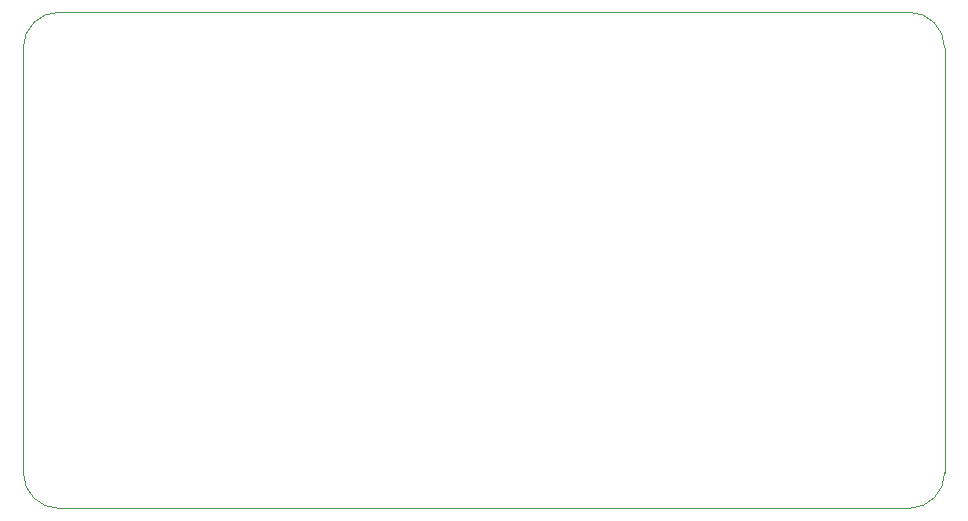
<source format=gbr>
%TF.GenerationSoftware,KiCad,Pcbnew,9.0.7*%
%TF.CreationDate,2026-03-17T15:28:26+09:00*%
%TF.ProjectId,Reptile_Monitor,52657074-696c-4655-9f4d-6f6e69746f72,rev?*%
%TF.SameCoordinates,Original*%
%TF.FileFunction,Profile,NP*%
%FSLAX46Y46*%
G04 Gerber Fmt 4.6, Leading zero omitted, Abs format (unit mm)*
G04 Created by KiCad (PCBNEW 9.0.7) date 2026-03-17 15:28:26*
%MOMM*%
%LPD*%
G01*
G04 APERTURE LIST*
%TA.AperFunction,Profile*%
%ADD10C,0.050000*%
%TD*%
G04 APERTURE END LIST*
D10*
X101000000Y-119000000D02*
G75*
G02*
X98000000Y-116000000I0J3000000D01*
G01*
X173000000Y-77000000D02*
G75*
G02*
X176000000Y-80000000I0J-3000000D01*
G01*
X98000000Y-80000000D02*
G75*
G02*
X101000000Y-77000000I3000000J0D01*
G01*
X176000000Y-116000000D02*
G75*
G02*
X173000000Y-119000000I-3000000J0D01*
G01*
X98000000Y-116000000D02*
X98000000Y-80000000D01*
X101000000Y-77000000D02*
X173000000Y-77000000D01*
X176000000Y-80000000D02*
X176000000Y-116000000D01*
X173000000Y-119000000D02*
X101000000Y-119000000D01*
M02*

</source>
